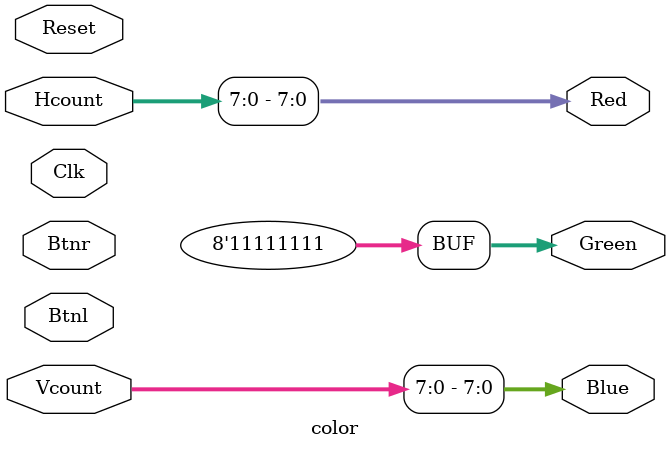
<source format=v>
module color(
	     input Clk, 
	     input Reset, 
	     input [9:0] Hcount, 
	     input [8:0] Vcount, 
	     output [7:0] Red, 
	     output [7:0] Green, 
	     output [7:0] Blue,
	     input Btnl,
	     input Btnr
	     );
   assign Red   = Hcount[7:0];
   assign Green = 8'b11111111;
   assign Blue  = Vcount[7:0];
endmodule

</source>
